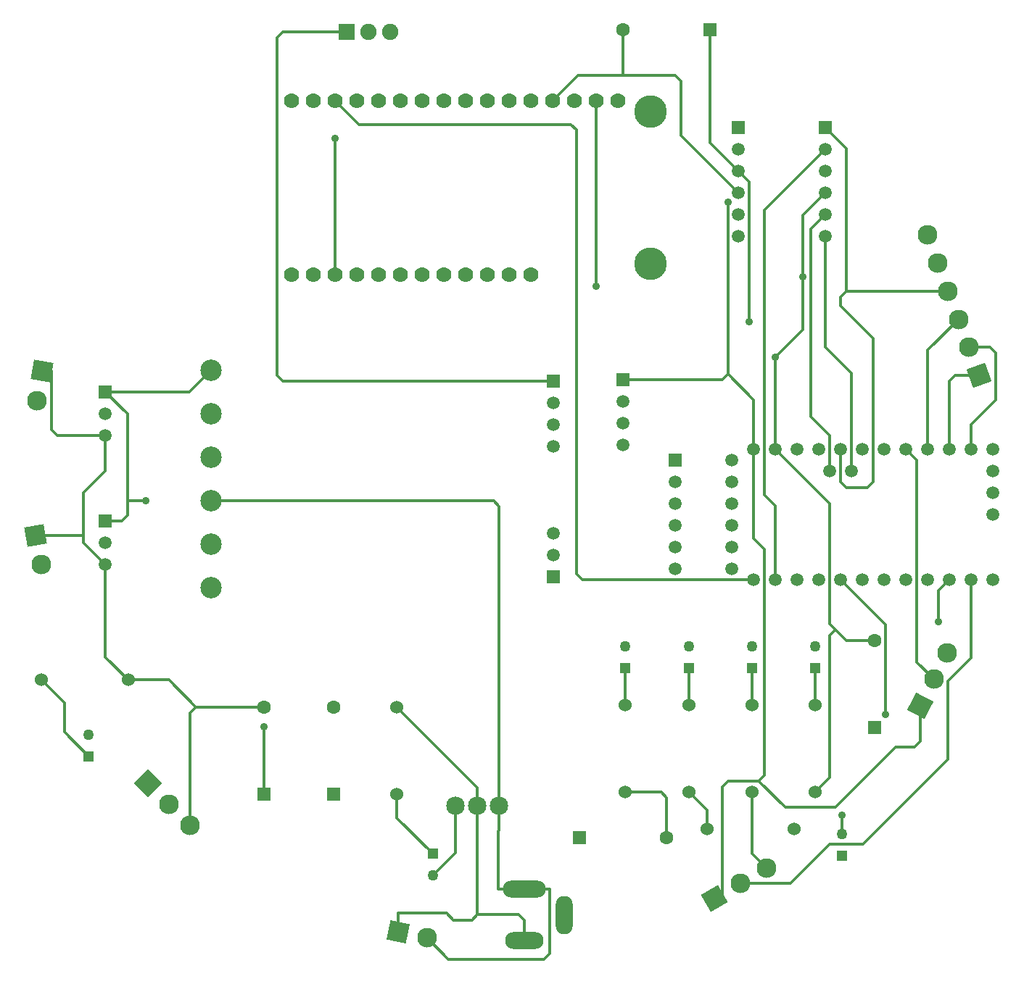
<source format=gbr>
G04 DipTrace 3.3.1.2*
G04 Bottom.gbr*
%MOIN*%
G04 #@! TF.FileFunction,Copper,L2,Bot*
G04 #@! TF.Part,Single*
%AMOUTLINE0*
4,1,4,
0.0,0.064029,
0.064029,0.0,
0.0,-0.064029,
-0.064029,0.0,
0.0,0.064029,
0*%
%AMOUTLINE3*
4,1,4,
-0.061848,0.016572,
0.016572,0.061848,
0.061848,-0.016572,
-0.016572,-0.061848,
-0.061848,0.016572,
0*%
%AMOUTLINE6*
4,1,4,
-0.034873,0.0537,
0.0537,0.034873,
0.034873,-0.0537,
-0.0537,-0.034873,
-0.034873,0.0537,
0*%
%AMOUTLINE9*
4,1,4,
-0.060896,-0.019786,
-0.019786,0.060896,
0.060896,0.019786,
0.019786,-0.060896,
-0.060896,-0.019786,
0*%
%AMOUTLINE12*
4,1,4,
-0.05245,-0.036726,
-0.036726,0.05245,
0.05245,0.036726,
0.036726,-0.05245,
-0.05245,-0.036726,
0*%
%AMOUTLINE15*
4,1,4,
-0.036726,-0.05245,
-0.05245,0.036726,
0.036726,0.05245,
0.05245,-0.036726,
-0.036726,-0.05245,
0*%
%AMOUTLINE18*
4,1,4,
0.02706,0.05803,
0.05803,-0.02706,
-0.02706,-0.05803,
-0.05803,0.02706,
0.02706,0.05803,
0*%
%AMOUTLINE21*
4,1,4,
-0.031496,0.031496,
0.031496,0.031496,
0.031496,-0.031496,
-0.031496,-0.031496,
-0.031496,0.031496,
0*%
G04 #@! TA.AperFunction,Conductor*
%ADD13C,0.012992*%
G04 #@! TA.AperFunction,ComponentPad*
%ADD15C,0.05937*%
%ADD16C,0.090551*%
%ADD17C,0.06*%
%ADD18C,0.06*%
%ADD19C,0.05*%
%ADD20R,0.05X0.05*%
%ADD21C,0.062992*%
%ADD22R,0.062992X0.062992*%
%ADD23C,0.15*%
%ADD24C,0.07*%
%ADD25R,0.059055X0.059055*%
%ADD26C,0.059055*%
%ADD27C,0.085*%
%ADD28R,0.05937X0.05937*%
%ADD29C,0.098425*%
%ADD30O,0.177165X0.07874*%
%ADD31O,0.19685X0.07874*%
%ADD32O,0.07874X0.177165*%
%ADD34R,0.074803X0.074803*%
%ADD35C,0.074803*%
G04 #@! TA.AperFunction,ViaPad*
%ADD37C,0.035685*%
G04 #@! TA.AperFunction,ComponentPad*
%ADD104OUTLINE0*%
%ADD107OUTLINE3*%
%ADD110OUTLINE6*%
%ADD113OUTLINE9*%
%ADD116OUTLINE12*%
%ADD119OUTLINE15*%
%ADD122OUTLINE18*%
%ADD125OUTLINE21*%
%FSLAX26Y26*%
G04*
G70*
G90*
G75*
G01*
G04 Bottom*
%LPD*%
X3955916Y4170947D2*
D13*
X3691497Y4435366D1*
Y4685844D1*
X3665512Y4711829D1*
X3425916D1*
X3216798D1*
X3100916Y4595947D1*
X4308419Y1415947D2*
X4375089Y1482617D1*
Y2135947D1*
X4401073Y2161931D1*
X4452058Y2110947D1*
X4580916D1*
X2385916Y1805947D2*
X2755916Y1435947D1*
Y1350947D1*
X1435787Y1261110D2*
Y1779962D1*
X1461772Y1805947D1*
X1336772Y1930947D1*
X1150916D1*
X4401073Y2161931D2*
X4375089Y2187916D1*
Y2741774D1*
X4125916Y2990947D1*
X4017585Y1415947D2*
Y1130740D1*
X4084583Y1063741D1*
X2755916Y1350947D2*
Y852124D1*
X2944932D1*
X2970916Y826140D1*
Y730947D1*
X3726751Y1415947D2*
X3810916Y1331781D1*
Y1245947D1*
X3435916Y1415947D2*
X3599932D1*
X3625916Y1389963D1*
Y1205947D1*
X1045916Y2460947D2*
X944932Y2561931D1*
Y2595947D1*
Y2790577D1*
X1045916Y2891561D1*
Y3055947D1*
X3425916Y4711829D2*
Y4920947D1*
X1775916Y1805947D2*
X1461772D1*
X2755916Y852124D2*
X2729932Y826140D1*
X2646176D1*
X2613696Y858620D1*
X2390074D1*
Y772439D1*
X1045916Y3055947D2*
X825125D1*
X799137Y3081935D1*
Y3350946D1*
X755916D1*
X944932Y2595947D2*
X725916D1*
X1150916Y1930947D2*
X1045916Y2035947D1*
Y2460947D1*
X4251979Y3784124D2*
Y4067010D1*
X4355916Y4170947D1*
X4125916Y3415947D2*
X4251979Y3542010D1*
Y3784124D1*
X4125916Y2990947D2*
Y3415947D1*
X4425916Y2990947D2*
Y2841774D1*
X4451900Y2815790D1*
X4549105D1*
X4575089Y2841774D1*
Y3501113D1*
X4425920Y3650282D1*
Y3693418D1*
X4451904Y3719402D1*
Y4374959D1*
X4355916Y4470947D1*
X4451904Y3719402D2*
X4919529D1*
X2100916Y4420120D2*
Y3795947D1*
X4631900Y1773278D2*
Y2184963D1*
X4425916Y2390947D1*
X4430916Y1306782D2*
Y1220947D1*
X3965249Y994844D2*
X4194399D1*
X4375183Y1175628D1*
X4527467D1*
X4918239Y1566400D1*
Y1923656D1*
X5025916Y2031333D1*
Y2390947D1*
X4853474Y1933724D2*
X4775089Y2012109D1*
Y2941774D1*
X4725916Y2990947D1*
X4925916D2*
Y3304959D1*
X4951903Y3330946D1*
X5060915D1*
X5025916Y2990947D2*
Y3106246D1*
X5138436Y3218766D1*
Y3434447D1*
X5112451Y3460431D1*
X5013787D1*
X2385916Y1405947D2*
Y1295947D1*
X2550916Y1130947D1*
X3435916Y1815947D2*
Y1983451D1*
X3726751Y1815947D2*
Y1983451D1*
X4017585Y1815947D2*
Y1983451D1*
X4308419Y1815947D2*
Y1983451D1*
X750916Y1930947D2*
X856711Y1825152D1*
Y1690152D1*
X968423Y1578440D1*
X3300916Y3740116D2*
Y4595947D1*
X4355916Y4370947D2*
X4075089Y4090120D1*
Y2781609D1*
X4125916Y2730782D1*
Y2390947D1*
X4825916Y2990947D2*
Y3449175D1*
X4966658Y3589917D1*
X4355916Y3970947D2*
Y3462227D1*
X4475916Y3342227D1*
Y2890947D1*
X4375916D2*
Y3056739D1*
X4289310Y3143345D1*
Y4004341D1*
X4355916Y4070947D1*
X1775916Y1405947D2*
Y1715774D1*
X4875089Y2199262D2*
Y2340120D1*
X4925916Y2390947D1*
X4025916D2*
X3237443D1*
X3211459Y2416931D1*
Y4460459D1*
X3185475Y4486443D1*
X2210420D1*
X2100916Y4595947D1*
X4005089Y3579963D2*
Y4221774D1*
X3955916Y4270947D1*
X3825916Y4400947D1*
Y4920947D1*
X3105916Y3305947D2*
X1861994D1*
X1836010Y3331931D1*
Y4884962D1*
X1861995Y4910947D1*
X2155916D1*
X3906743Y4128152D2*
Y3336931D1*
X4025916Y3217758D1*
Y2990947D1*
X2550916Y1030947D2*
X2655916Y1135947D1*
Y1350947D1*
X3425916Y3310947D2*
X3880759D1*
X3906743Y3336931D1*
X3845915Y925946D2*
X3881975D1*
Y1439451D1*
X3907959Y1465435D1*
X4049105D1*
X4170428Y1344112D1*
X4401073D1*
X4678014Y1621053D1*
X4764932D1*
X4790916Y1647037D1*
Y1810947D1*
X4025916Y2990947D2*
Y2580640D1*
X4075089Y2531467D1*
Y1491419D1*
X4049105Y1465435D1*
X2524858Y743790D2*
X2622547Y646101D1*
X3062845D1*
X3088829Y672085D1*
Y967167D1*
X2970916D1*
X1232908Y2755947D2*
X1146900D1*
Y3154963D1*
X1045916Y3255947D1*
X1146900Y2755947D2*
Y2686931D1*
X1120916Y2660947D1*
X1045916D1*
X2855916Y1350947D2*
Y2729963D1*
X2829932Y2755947D1*
X1530916D1*
X2970916Y967167D2*
X2853003D1*
Y1235534D1*
X2855916Y1238447D1*
Y1350947D1*
X1045916Y3255947D2*
X1430916D1*
X1530916Y3355947D1*
D37*
X4251979Y3784124D3*
X4125916Y3415947D3*
X2100916Y4420120D3*
X1775916Y1715774D3*
X4875089Y2199262D3*
X4631900Y1773278D3*
X4430916Y1306782D3*
X3300916Y3740116D3*
X4005089Y3579963D3*
X3906743Y4128152D3*
X1232908Y2755947D3*
D15*
X5125916Y2990947D3*
X5025916D3*
X4925916D3*
X4825916D3*
X4725916D3*
X4625916D3*
X4525916D3*
X4425916D3*
X4325916D3*
X4225916D3*
X4125916D3*
X4025916D3*
X5125916Y2890947D3*
Y2790947D3*
Y2690947D3*
X3925916Y2940947D3*
Y2840947D3*
Y2740947D3*
Y2640947D3*
Y2540947D3*
Y2440947D3*
X4375916Y2890947D3*
X4475916D3*
X5125916Y2390947D3*
X5025916D3*
X4925916D3*
X4825916D3*
X4725916D3*
X4625916D3*
X4425916D3*
X4325916D3*
X4125916D3*
X4025916D3*
X4225916D3*
X4525916D3*
D104*
X1240916Y1455982D3*
D16*
X1338352Y1358546D3*
X1435787Y1261110D3*
D107*
X3845915Y925946D3*
D16*
X3965249Y994844D3*
X4084583Y1063741D3*
D17*
X2385916Y1805947D3*
D18*
Y1405947D3*
D19*
X2550916Y1030947D3*
D20*
Y1130947D3*
D17*
X3435916Y1415947D3*
D18*
Y1815947D3*
D19*
Y2083451D3*
D20*
Y1983451D3*
D17*
X1150916Y1930947D3*
D18*
X750916D3*
D19*
X968423Y1678440D3*
D20*
Y1578440D3*
D21*
X2095916Y1805947D3*
D22*
Y1405947D3*
D17*
X3726751Y1415947D3*
D18*
Y1815947D3*
D19*
Y2083451D3*
D20*
Y1983451D3*
D17*
X4017585Y1415947D3*
D18*
Y1815947D3*
D19*
Y2083451D3*
D20*
Y1983451D3*
D17*
X4308419Y1415947D3*
D18*
Y1815947D3*
D19*
Y2083451D3*
D20*
Y1983451D3*
D23*
X3550916Y3845947D3*
Y4545947D3*
D24*
X3000916Y3795947D3*
X2900916D3*
X2800916D3*
X2700916D3*
X2600916D3*
X2500916D3*
X2400916D3*
X2300916D3*
X2200916D3*
X2100916D3*
X2000916D3*
X1900916D3*
X3000916Y4595947D3*
X2900916D3*
X2800916D3*
X2700916D3*
X2600916D3*
X2500916D3*
X2400916D3*
X2300916D3*
X2200916D3*
X2100916D3*
X2000916D3*
X1900916D3*
X3100916D3*
X3200916D3*
X3300916D3*
X3400916D3*
D17*
X3810916Y1245947D3*
D18*
X4210916D3*
D19*
X4430916Y1220947D3*
D20*
Y1120947D3*
D25*
X3665916Y2940947D3*
D26*
Y2840947D3*
Y2740947D3*
Y2640947D3*
Y2540947D3*
Y2440947D3*
D27*
X2655916Y1350947D3*
X2755916D3*
X2855916D3*
D28*
X3105916Y3305947D3*
D15*
Y3205947D3*
Y3105947D3*
Y3005947D3*
D28*
Y2405947D3*
D15*
Y2505947D3*
Y2605947D3*
D29*
X1530916Y3355947D3*
Y3155947D3*
Y2955947D3*
Y2755947D3*
Y2555947D3*
Y2355947D3*
D25*
X1045916Y3255947D3*
D26*
Y3155947D3*
Y3055947D3*
D25*
Y2660947D3*
D26*
Y2560947D3*
Y2460947D3*
D110*
X2390074Y772439D3*
D16*
X2524858Y743790D3*
D30*
X2970916Y730947D3*
D31*
Y967167D3*
D32*
X3155955Y849057D3*
D113*
X4790916Y1810947D3*
D16*
X4853474Y1933724D3*
X4916032Y2056500D3*
D28*
X4355916Y4470947D3*
D15*
Y4370947D3*
Y4270947D3*
Y4170947D3*
Y4070947D3*
Y3970947D3*
D28*
X3955916Y4470947D3*
D15*
Y4370947D3*
Y4270947D3*
Y4170947D3*
Y4070947D3*
Y3970947D3*
D34*
X2155916Y4910947D3*
D35*
X2255916D3*
X2355916D3*
D116*
X755916Y3350946D3*
D16*
X731988Y3215244D3*
D119*
X725916Y2595947D3*
D16*
X749844Y2460246D3*
D21*
X3425916Y4920947D3*
D22*
X3825916D3*
D122*
X5060915Y3330946D3*
D16*
X5013787Y3460431D3*
X4966658Y3589917D3*
X4919529Y3719402D3*
X4872400Y3848887D3*
X4825272Y3978372D3*
D21*
X1775916Y1805947D3*
D22*
Y1405947D3*
D21*
X4580916Y2110947D3*
D22*
Y1710947D3*
D21*
X3625916Y1205947D3*
D125*
X3225916D3*
D25*
X3425916Y3310947D3*
D26*
Y3210947D3*
Y3110947D3*
Y3010947D3*
M02*

</source>
